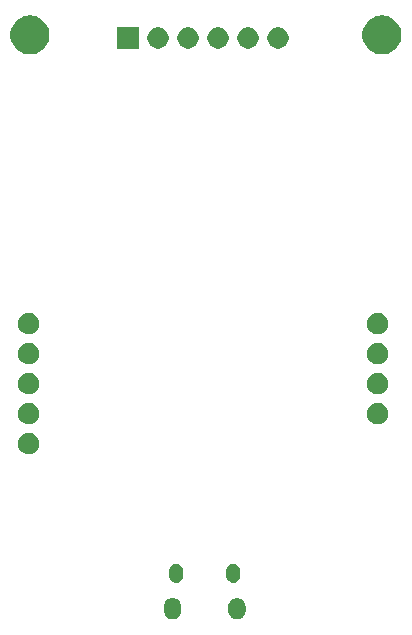
<source format=gbr>
G04 #@! TF.GenerationSoftware,KiCad,Pcbnew,(5.1.6)-1*
G04 #@! TF.CreationDate,2020-07-08T21:30:57-04:00*
G04 #@! TF.ProjectId,co2buddy,636f3262-7564-4647-992e-6b696361645f,rev?*
G04 #@! TF.SameCoordinates,Original*
G04 #@! TF.FileFunction,Soldermask,Bot*
G04 #@! TF.FilePolarity,Negative*
%FSLAX46Y46*%
G04 Gerber Fmt 4.6, Leading zero omitted, Abs format (unit mm)*
G04 Created by KiCad (PCBNEW (5.1.6)-1) date 2020-07-08 21:30:57*
%MOMM*%
%LPD*%
G01*
G04 APERTURE LIST*
%ADD10C,0.100000*%
G04 APERTURE END LIST*
D10*
G36*
X132437282Y-103579702D02*
G01*
X132574094Y-103621204D01*
X132700181Y-103688599D01*
X132810701Y-103779300D01*
X132901401Y-103889817D01*
X132968796Y-104015905D01*
X133010298Y-104152717D01*
X133020800Y-104259350D01*
X133020800Y-104680649D01*
X133010298Y-104787279D01*
X132999293Y-104823559D01*
X132968796Y-104924095D01*
X132968794Y-104924098D01*
X132901401Y-105050183D01*
X132810701Y-105160701D01*
X132700183Y-105251401D01*
X132574095Y-105318796D01*
X132437283Y-105360298D01*
X132295000Y-105374311D01*
X132152718Y-105360298D01*
X132015906Y-105318796D01*
X131889818Y-105251401D01*
X131779300Y-105160701D01*
X131688599Y-105050182D01*
X131621204Y-104924095D01*
X131579702Y-104787283D01*
X131569200Y-104680650D01*
X131569200Y-104259351D01*
X131579702Y-104152718D01*
X131621204Y-104015906D01*
X131688599Y-103889819D01*
X131779300Y-103779299D01*
X131889817Y-103688599D01*
X132015905Y-103621204D01*
X132152717Y-103579702D01*
X132295000Y-103565689D01*
X132437282Y-103579702D01*
G37*
G36*
X137897282Y-103579702D02*
G01*
X138034094Y-103621204D01*
X138160181Y-103688599D01*
X138270701Y-103779300D01*
X138361401Y-103889817D01*
X138428796Y-104015905D01*
X138470298Y-104152717D01*
X138480800Y-104259350D01*
X138480800Y-104680649D01*
X138470298Y-104787279D01*
X138459293Y-104823559D01*
X138428796Y-104924095D01*
X138428794Y-104924098D01*
X138361401Y-105050183D01*
X138270701Y-105160701D01*
X138160183Y-105251401D01*
X138034095Y-105318796D01*
X137897283Y-105360298D01*
X137755000Y-105374311D01*
X137612718Y-105360298D01*
X137475906Y-105318796D01*
X137349818Y-105251401D01*
X137239300Y-105160701D01*
X137148599Y-105050182D01*
X137081204Y-104924095D01*
X137039702Y-104787283D01*
X137029200Y-104680650D01*
X137029200Y-104259351D01*
X137039702Y-104152718D01*
X137081204Y-104015906D01*
X137148599Y-103889819D01*
X137239300Y-103779299D01*
X137349817Y-103688599D01*
X137475905Y-103621204D01*
X137612717Y-103579702D01*
X137755000Y-103565689D01*
X137897282Y-103579702D01*
G37*
G36*
X137562776Y-100677893D02*
G01*
X137676028Y-100712247D01*
X137780401Y-100768036D01*
X137871885Y-100843115D01*
X137946964Y-100934598D01*
X138002753Y-101038971D01*
X138037107Y-101152223D01*
X138045800Y-101240485D01*
X138045800Y-101699514D01*
X138037107Y-101787776D01*
X138002753Y-101901029D01*
X137946964Y-102005402D01*
X137871885Y-102096885D01*
X137780402Y-102171964D01*
X137676029Y-102227753D01*
X137562777Y-102262107D01*
X137445000Y-102273707D01*
X137327224Y-102262107D01*
X137213972Y-102227753D01*
X137109599Y-102171964D01*
X137018116Y-102096885D01*
X136943037Y-102005402D01*
X136887247Y-101901029D01*
X136852893Y-101787777D01*
X136844200Y-101699515D01*
X136844200Y-101240486D01*
X136852893Y-101152224D01*
X136887247Y-101038972D01*
X136943036Y-100934599D01*
X137018115Y-100843115D01*
X137109598Y-100768036D01*
X137213971Y-100712247D01*
X137327223Y-100677893D01*
X137445000Y-100666293D01*
X137562776Y-100677893D01*
G37*
G36*
X132722776Y-100677893D02*
G01*
X132836028Y-100712247D01*
X132940401Y-100768036D01*
X133031885Y-100843115D01*
X133106964Y-100934598D01*
X133162753Y-101038971D01*
X133197107Y-101152223D01*
X133205800Y-101240485D01*
X133205800Y-101699514D01*
X133197107Y-101787776D01*
X133162753Y-101901029D01*
X133106964Y-102005402D01*
X133031885Y-102096885D01*
X132940402Y-102171964D01*
X132836029Y-102227753D01*
X132722777Y-102262107D01*
X132605000Y-102273707D01*
X132487224Y-102262107D01*
X132373972Y-102227753D01*
X132269599Y-102171964D01*
X132178116Y-102096885D01*
X132103037Y-102005402D01*
X132047247Y-101901029D01*
X132012893Y-101787777D01*
X132004200Y-101699515D01*
X132004200Y-101240486D01*
X132012893Y-101152224D01*
X132047247Y-101038972D01*
X132103036Y-100934599D01*
X132178115Y-100843115D01*
X132269598Y-100768036D01*
X132373971Y-100712247D01*
X132487223Y-100677893D01*
X132605000Y-100666293D01*
X132722776Y-100677893D01*
G37*
G36*
X120266732Y-89610739D02*
G01*
X120382754Y-89633817D01*
X120546689Y-89701721D01*
X120694227Y-89800303D01*
X120819697Y-89925773D01*
X120918279Y-90073311D01*
X120986183Y-90237246D01*
X121020800Y-90411279D01*
X121020800Y-90588721D01*
X120986183Y-90762754D01*
X120918279Y-90926689D01*
X120819697Y-91074227D01*
X120694227Y-91199697D01*
X120546689Y-91298279D01*
X120382754Y-91366183D01*
X120266732Y-91389261D01*
X120208722Y-91400800D01*
X120031278Y-91400800D01*
X119973268Y-91389261D01*
X119857246Y-91366183D01*
X119693311Y-91298279D01*
X119545773Y-91199697D01*
X119420303Y-91074227D01*
X119321721Y-90926689D01*
X119253817Y-90762754D01*
X119219200Y-90588721D01*
X119219200Y-90411279D01*
X119253817Y-90237246D01*
X119321721Y-90073311D01*
X119420303Y-89925773D01*
X119545773Y-89800303D01*
X119693311Y-89701721D01*
X119857246Y-89633817D01*
X119973268Y-89610739D01*
X120031278Y-89599200D01*
X120208722Y-89599200D01*
X120266732Y-89610739D01*
G37*
G36*
X149806732Y-87070739D02*
G01*
X149922754Y-87093817D01*
X150086689Y-87161721D01*
X150234227Y-87260303D01*
X150359697Y-87385773D01*
X150458279Y-87533311D01*
X150526183Y-87697246D01*
X150560800Y-87871279D01*
X150560800Y-88048721D01*
X150526183Y-88222754D01*
X150458279Y-88386689D01*
X150359697Y-88534227D01*
X150234227Y-88659697D01*
X150086689Y-88758279D01*
X149922754Y-88826183D01*
X149806732Y-88849261D01*
X149748722Y-88860800D01*
X149571278Y-88860800D01*
X149513268Y-88849261D01*
X149397246Y-88826183D01*
X149233311Y-88758279D01*
X149085773Y-88659697D01*
X148960303Y-88534227D01*
X148861721Y-88386689D01*
X148793817Y-88222754D01*
X148759200Y-88048721D01*
X148759200Y-87871279D01*
X148793817Y-87697246D01*
X148861721Y-87533311D01*
X148960303Y-87385773D01*
X149085773Y-87260303D01*
X149233311Y-87161721D01*
X149397246Y-87093817D01*
X149513268Y-87070739D01*
X149571278Y-87059200D01*
X149748722Y-87059200D01*
X149806732Y-87070739D01*
G37*
G36*
X120266732Y-87070739D02*
G01*
X120382754Y-87093817D01*
X120546689Y-87161721D01*
X120694227Y-87260303D01*
X120819697Y-87385773D01*
X120918279Y-87533311D01*
X120986183Y-87697246D01*
X121020800Y-87871279D01*
X121020800Y-88048721D01*
X120986183Y-88222754D01*
X120918279Y-88386689D01*
X120819697Y-88534227D01*
X120694227Y-88659697D01*
X120546689Y-88758279D01*
X120382754Y-88826183D01*
X120266732Y-88849261D01*
X120208722Y-88860800D01*
X120031278Y-88860800D01*
X119973268Y-88849261D01*
X119857246Y-88826183D01*
X119693311Y-88758279D01*
X119545773Y-88659697D01*
X119420303Y-88534227D01*
X119321721Y-88386689D01*
X119253817Y-88222754D01*
X119219200Y-88048721D01*
X119219200Y-87871279D01*
X119253817Y-87697246D01*
X119321721Y-87533311D01*
X119420303Y-87385773D01*
X119545773Y-87260303D01*
X119693311Y-87161721D01*
X119857246Y-87093817D01*
X119973268Y-87070739D01*
X120031278Y-87059200D01*
X120208722Y-87059200D01*
X120266732Y-87070739D01*
G37*
G36*
X120266732Y-84530739D02*
G01*
X120382754Y-84553817D01*
X120546689Y-84621721D01*
X120694227Y-84720303D01*
X120819697Y-84845773D01*
X120918279Y-84993311D01*
X120986183Y-85157246D01*
X121020800Y-85331279D01*
X121020800Y-85508721D01*
X120986183Y-85682754D01*
X120918279Y-85846689D01*
X120819697Y-85994227D01*
X120694227Y-86119697D01*
X120546689Y-86218279D01*
X120382754Y-86286183D01*
X120266732Y-86309261D01*
X120208722Y-86320800D01*
X120031278Y-86320800D01*
X119973268Y-86309261D01*
X119857246Y-86286183D01*
X119693311Y-86218279D01*
X119545773Y-86119697D01*
X119420303Y-85994227D01*
X119321721Y-85846689D01*
X119253817Y-85682754D01*
X119219200Y-85508721D01*
X119219200Y-85331279D01*
X119253817Y-85157246D01*
X119321721Y-84993311D01*
X119420303Y-84845773D01*
X119545773Y-84720303D01*
X119693311Y-84621721D01*
X119857246Y-84553817D01*
X119973268Y-84530739D01*
X120031278Y-84519200D01*
X120208722Y-84519200D01*
X120266732Y-84530739D01*
G37*
G36*
X149806732Y-84530739D02*
G01*
X149922754Y-84553817D01*
X150086689Y-84621721D01*
X150234227Y-84720303D01*
X150359697Y-84845773D01*
X150458279Y-84993311D01*
X150526183Y-85157246D01*
X150560800Y-85331279D01*
X150560800Y-85508721D01*
X150526183Y-85682754D01*
X150458279Y-85846689D01*
X150359697Y-85994227D01*
X150234227Y-86119697D01*
X150086689Y-86218279D01*
X149922754Y-86286183D01*
X149806732Y-86309261D01*
X149748722Y-86320800D01*
X149571278Y-86320800D01*
X149513268Y-86309261D01*
X149397246Y-86286183D01*
X149233311Y-86218279D01*
X149085773Y-86119697D01*
X148960303Y-85994227D01*
X148861721Y-85846689D01*
X148793817Y-85682754D01*
X148759200Y-85508721D01*
X148759200Y-85331279D01*
X148793817Y-85157246D01*
X148861721Y-84993311D01*
X148960303Y-84845773D01*
X149085773Y-84720303D01*
X149233311Y-84621721D01*
X149397246Y-84553817D01*
X149513268Y-84530739D01*
X149571278Y-84519200D01*
X149748722Y-84519200D01*
X149806732Y-84530739D01*
G37*
G36*
X149806732Y-81990739D02*
G01*
X149922754Y-82013817D01*
X150086689Y-82081721D01*
X150234227Y-82180303D01*
X150359697Y-82305773D01*
X150458279Y-82453311D01*
X150526183Y-82617246D01*
X150560800Y-82791279D01*
X150560800Y-82968721D01*
X150526183Y-83142754D01*
X150458279Y-83306689D01*
X150359697Y-83454227D01*
X150234227Y-83579697D01*
X150086689Y-83678279D01*
X149922754Y-83746183D01*
X149806732Y-83769261D01*
X149748722Y-83780800D01*
X149571278Y-83780800D01*
X149513268Y-83769261D01*
X149397246Y-83746183D01*
X149233311Y-83678279D01*
X149085773Y-83579697D01*
X148960303Y-83454227D01*
X148861721Y-83306689D01*
X148793817Y-83142754D01*
X148759200Y-82968721D01*
X148759200Y-82791279D01*
X148793817Y-82617246D01*
X148861721Y-82453311D01*
X148960303Y-82305773D01*
X149085773Y-82180303D01*
X149233311Y-82081721D01*
X149397246Y-82013817D01*
X149513268Y-81990739D01*
X149571278Y-81979200D01*
X149748722Y-81979200D01*
X149806732Y-81990739D01*
G37*
G36*
X120266732Y-81990739D02*
G01*
X120382754Y-82013817D01*
X120546689Y-82081721D01*
X120694227Y-82180303D01*
X120819697Y-82305773D01*
X120918279Y-82453311D01*
X120986183Y-82617246D01*
X121020800Y-82791279D01*
X121020800Y-82968721D01*
X120986183Y-83142754D01*
X120918279Y-83306689D01*
X120819697Y-83454227D01*
X120694227Y-83579697D01*
X120546689Y-83678279D01*
X120382754Y-83746183D01*
X120266732Y-83769261D01*
X120208722Y-83780800D01*
X120031278Y-83780800D01*
X119973268Y-83769261D01*
X119857246Y-83746183D01*
X119693311Y-83678279D01*
X119545773Y-83579697D01*
X119420303Y-83454227D01*
X119321721Y-83306689D01*
X119253817Y-83142754D01*
X119219200Y-82968721D01*
X119219200Y-82791279D01*
X119253817Y-82617246D01*
X119321721Y-82453311D01*
X119420303Y-82305773D01*
X119545773Y-82180303D01*
X119693311Y-82081721D01*
X119857246Y-82013817D01*
X119973268Y-81990739D01*
X120031278Y-81979200D01*
X120208722Y-81979200D01*
X120266732Y-81990739D01*
G37*
G36*
X149806732Y-79450739D02*
G01*
X149922754Y-79473817D01*
X150086689Y-79541721D01*
X150234227Y-79640303D01*
X150359697Y-79765773D01*
X150458279Y-79913311D01*
X150526183Y-80077246D01*
X150560800Y-80251279D01*
X150560800Y-80428721D01*
X150526183Y-80602754D01*
X150458279Y-80766689D01*
X150359697Y-80914227D01*
X150234227Y-81039697D01*
X150086689Y-81138279D01*
X149922754Y-81206183D01*
X149806732Y-81229261D01*
X149748722Y-81240800D01*
X149571278Y-81240800D01*
X149513268Y-81229261D01*
X149397246Y-81206183D01*
X149233311Y-81138279D01*
X149085773Y-81039697D01*
X148960303Y-80914227D01*
X148861721Y-80766689D01*
X148793817Y-80602754D01*
X148759200Y-80428721D01*
X148759200Y-80251279D01*
X148793817Y-80077246D01*
X148861721Y-79913311D01*
X148960303Y-79765773D01*
X149085773Y-79640303D01*
X149233311Y-79541721D01*
X149397246Y-79473817D01*
X149513268Y-79450739D01*
X149571278Y-79439200D01*
X149748722Y-79439200D01*
X149806732Y-79450739D01*
G37*
G36*
X120266732Y-79450739D02*
G01*
X120382754Y-79473817D01*
X120546689Y-79541721D01*
X120694227Y-79640303D01*
X120819697Y-79765773D01*
X120918279Y-79913311D01*
X120986183Y-80077246D01*
X121020800Y-80251279D01*
X121020800Y-80428721D01*
X120986183Y-80602754D01*
X120918279Y-80766689D01*
X120819697Y-80914227D01*
X120694227Y-81039697D01*
X120546689Y-81138279D01*
X120382754Y-81206183D01*
X120266732Y-81229261D01*
X120208722Y-81240800D01*
X120031278Y-81240800D01*
X119973268Y-81229261D01*
X119857246Y-81206183D01*
X119693311Y-81138279D01*
X119545773Y-81039697D01*
X119420303Y-80914227D01*
X119321721Y-80766689D01*
X119253817Y-80602754D01*
X119219200Y-80428721D01*
X119219200Y-80251279D01*
X119253817Y-80077246D01*
X119321721Y-79913311D01*
X119420303Y-79765773D01*
X119545773Y-79640303D01*
X119693311Y-79541721D01*
X119857246Y-79473817D01*
X119973268Y-79450739D01*
X120031278Y-79439200D01*
X120208722Y-79439200D01*
X120266732Y-79450739D01*
G37*
G36*
X150293900Y-54270346D02*
G01*
X150506521Y-54312639D01*
X150806947Y-54437080D01*
X151077324Y-54617740D01*
X151307260Y-54847676D01*
X151487920Y-55118053D01*
X151612361Y-55418479D01*
X151675800Y-55737410D01*
X151675800Y-56062590D01*
X151612361Y-56381521D01*
X151487920Y-56681947D01*
X151307260Y-56952324D01*
X151077324Y-57182260D01*
X150806947Y-57362920D01*
X150506521Y-57487361D01*
X150293900Y-57529654D01*
X150187591Y-57550800D01*
X149862409Y-57550800D01*
X149756100Y-57529654D01*
X149543479Y-57487361D01*
X149243053Y-57362920D01*
X148972676Y-57182260D01*
X148742740Y-56952324D01*
X148562080Y-56681947D01*
X148437639Y-56381521D01*
X148374200Y-56062590D01*
X148374200Y-55737410D01*
X148437639Y-55418479D01*
X148562080Y-55118053D01*
X148742740Y-54847676D01*
X148972676Y-54617740D01*
X149243053Y-54437080D01*
X149543479Y-54312639D01*
X149756100Y-54270346D01*
X149862409Y-54249200D01*
X150187591Y-54249200D01*
X150293900Y-54270346D01*
G37*
G36*
X120493900Y-54270346D02*
G01*
X120706521Y-54312639D01*
X121006947Y-54437080D01*
X121277324Y-54617740D01*
X121507260Y-54847676D01*
X121687920Y-55118053D01*
X121812361Y-55418479D01*
X121875800Y-55737410D01*
X121875800Y-56062590D01*
X121812361Y-56381521D01*
X121687920Y-56681947D01*
X121507260Y-56952324D01*
X121277324Y-57182260D01*
X121006947Y-57362920D01*
X120706521Y-57487361D01*
X120493900Y-57529654D01*
X120387591Y-57550800D01*
X120062409Y-57550800D01*
X119956100Y-57529654D01*
X119743479Y-57487361D01*
X119443053Y-57362920D01*
X119172676Y-57182260D01*
X118942740Y-56952324D01*
X118762080Y-56681947D01*
X118637639Y-56381521D01*
X118574200Y-56062590D01*
X118574200Y-55737410D01*
X118637639Y-55418479D01*
X118762080Y-55118053D01*
X118942740Y-54847676D01*
X119172676Y-54617740D01*
X119443053Y-54437080D01*
X119743479Y-54312639D01*
X119956100Y-54270346D01*
X120062409Y-54249200D01*
X120387591Y-54249200D01*
X120493900Y-54270346D01*
G37*
G36*
X131211732Y-55260739D02*
G01*
X131327754Y-55283817D01*
X131491689Y-55351721D01*
X131639227Y-55450303D01*
X131764697Y-55575773D01*
X131863279Y-55723311D01*
X131931183Y-55887246D01*
X131965800Y-56061279D01*
X131965800Y-56238721D01*
X131931183Y-56412754D01*
X131863279Y-56576689D01*
X131764697Y-56724227D01*
X131639227Y-56849697D01*
X131491689Y-56948279D01*
X131327754Y-57016183D01*
X131211732Y-57039261D01*
X131153722Y-57050800D01*
X130976278Y-57050800D01*
X130918268Y-57039261D01*
X130802246Y-57016183D01*
X130638311Y-56948279D01*
X130490773Y-56849697D01*
X130365303Y-56724227D01*
X130266721Y-56576689D01*
X130198817Y-56412754D01*
X130164200Y-56238721D01*
X130164200Y-56061279D01*
X130198817Y-55887246D01*
X130266721Y-55723311D01*
X130365303Y-55575773D01*
X130490773Y-55450303D01*
X130638311Y-55351721D01*
X130802246Y-55283817D01*
X130918268Y-55260739D01*
X130976278Y-55249200D01*
X131153722Y-55249200D01*
X131211732Y-55260739D01*
G37*
G36*
X141371732Y-55260739D02*
G01*
X141487754Y-55283817D01*
X141651689Y-55351721D01*
X141799227Y-55450303D01*
X141924697Y-55575773D01*
X142023279Y-55723311D01*
X142091183Y-55887246D01*
X142125800Y-56061279D01*
X142125800Y-56238721D01*
X142091183Y-56412754D01*
X142023279Y-56576689D01*
X141924697Y-56724227D01*
X141799227Y-56849697D01*
X141651689Y-56948279D01*
X141487754Y-57016183D01*
X141371732Y-57039261D01*
X141313722Y-57050800D01*
X141136278Y-57050800D01*
X141078268Y-57039261D01*
X140962246Y-57016183D01*
X140798311Y-56948279D01*
X140650773Y-56849697D01*
X140525303Y-56724227D01*
X140426721Y-56576689D01*
X140358817Y-56412754D01*
X140324200Y-56238721D01*
X140324200Y-56061279D01*
X140358817Y-55887246D01*
X140426721Y-55723311D01*
X140525303Y-55575773D01*
X140650773Y-55450303D01*
X140798311Y-55351721D01*
X140962246Y-55283817D01*
X141078268Y-55260739D01*
X141136278Y-55249200D01*
X141313722Y-55249200D01*
X141371732Y-55260739D01*
G37*
G36*
X138831732Y-55260739D02*
G01*
X138947754Y-55283817D01*
X139111689Y-55351721D01*
X139259227Y-55450303D01*
X139384697Y-55575773D01*
X139483279Y-55723311D01*
X139551183Y-55887246D01*
X139585800Y-56061279D01*
X139585800Y-56238721D01*
X139551183Y-56412754D01*
X139483279Y-56576689D01*
X139384697Y-56724227D01*
X139259227Y-56849697D01*
X139111689Y-56948279D01*
X138947754Y-57016183D01*
X138831732Y-57039261D01*
X138773722Y-57050800D01*
X138596278Y-57050800D01*
X138538268Y-57039261D01*
X138422246Y-57016183D01*
X138258311Y-56948279D01*
X138110773Y-56849697D01*
X137985303Y-56724227D01*
X137886721Y-56576689D01*
X137818817Y-56412754D01*
X137784200Y-56238721D01*
X137784200Y-56061279D01*
X137818817Y-55887246D01*
X137886721Y-55723311D01*
X137985303Y-55575773D01*
X138110773Y-55450303D01*
X138258311Y-55351721D01*
X138422246Y-55283817D01*
X138538268Y-55260739D01*
X138596278Y-55249200D01*
X138773722Y-55249200D01*
X138831732Y-55260739D01*
G37*
G36*
X136291732Y-55260739D02*
G01*
X136407754Y-55283817D01*
X136571689Y-55351721D01*
X136719227Y-55450303D01*
X136844697Y-55575773D01*
X136943279Y-55723311D01*
X137011183Y-55887246D01*
X137045800Y-56061279D01*
X137045800Y-56238721D01*
X137011183Y-56412754D01*
X136943279Y-56576689D01*
X136844697Y-56724227D01*
X136719227Y-56849697D01*
X136571689Y-56948279D01*
X136407754Y-57016183D01*
X136291732Y-57039261D01*
X136233722Y-57050800D01*
X136056278Y-57050800D01*
X135998268Y-57039261D01*
X135882246Y-57016183D01*
X135718311Y-56948279D01*
X135570773Y-56849697D01*
X135445303Y-56724227D01*
X135346721Y-56576689D01*
X135278817Y-56412754D01*
X135244200Y-56238721D01*
X135244200Y-56061279D01*
X135278817Y-55887246D01*
X135346721Y-55723311D01*
X135445303Y-55575773D01*
X135570773Y-55450303D01*
X135718311Y-55351721D01*
X135882246Y-55283817D01*
X135998268Y-55260739D01*
X136056278Y-55249200D01*
X136233722Y-55249200D01*
X136291732Y-55260739D01*
G37*
G36*
X133751732Y-55260739D02*
G01*
X133867754Y-55283817D01*
X134031689Y-55351721D01*
X134179227Y-55450303D01*
X134304697Y-55575773D01*
X134403279Y-55723311D01*
X134471183Y-55887246D01*
X134505800Y-56061279D01*
X134505800Y-56238721D01*
X134471183Y-56412754D01*
X134403279Y-56576689D01*
X134304697Y-56724227D01*
X134179227Y-56849697D01*
X134031689Y-56948279D01*
X133867754Y-57016183D01*
X133751732Y-57039261D01*
X133693722Y-57050800D01*
X133516278Y-57050800D01*
X133458268Y-57039261D01*
X133342246Y-57016183D01*
X133178311Y-56948279D01*
X133030773Y-56849697D01*
X132905303Y-56724227D01*
X132806721Y-56576689D01*
X132738817Y-56412754D01*
X132704200Y-56238721D01*
X132704200Y-56061279D01*
X132738817Y-55887246D01*
X132806721Y-55723311D01*
X132905303Y-55575773D01*
X133030773Y-55450303D01*
X133178311Y-55351721D01*
X133342246Y-55283817D01*
X133458268Y-55260739D01*
X133516278Y-55249200D01*
X133693722Y-55249200D01*
X133751732Y-55260739D01*
G37*
G36*
X129425800Y-57050800D02*
G01*
X127624200Y-57050800D01*
X127624200Y-55249200D01*
X129425800Y-55249200D01*
X129425800Y-57050800D01*
G37*
M02*

</source>
